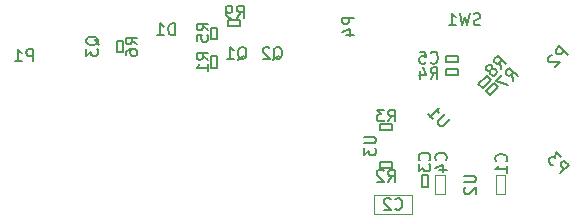
<source format=gbr>
G04 #@! TF.FileFunction,Other,Fab,Bot*
%FSLAX46Y46*%
G04 Gerber Fmt 4.6, Leading zero omitted, Abs format (unit mm)*
G04 Created by KiCad (PCBNEW 4.0.7-e2-6376~58~ubuntu14.04.1) date Mon Aug  6 17:59:04 2018*
%MOMM*%
%LPD*%
G01*
G04 APERTURE LIST*
%ADD10C,0.100000*%
%ADD11C,0.150000*%
G04 APERTURE END LIST*
D10*
X196150000Y-75500000D02*
X195350000Y-75500000D01*
X196150000Y-77100000D02*
X196150000Y-75500000D01*
X195350000Y-77100000D02*
X196150000Y-77100000D01*
X195350000Y-75500000D02*
X195350000Y-77100000D01*
X188250000Y-78800000D02*
X188250000Y-77200000D01*
X185050000Y-78800000D02*
X188250000Y-78800000D01*
X185050000Y-77200000D02*
X185050000Y-78800000D01*
X188250000Y-77200000D02*
X185050000Y-77200000D01*
D11*
X171250000Y-66400000D02*
X171750000Y-66400000D01*
X171250000Y-65400000D02*
X171250000Y-66400000D01*
X171750000Y-65400000D02*
X171250000Y-65400000D01*
X171750000Y-66400000D02*
X171750000Y-65400000D01*
X171750000Y-63000000D02*
X171250000Y-63000000D01*
X171750000Y-64000000D02*
X171750000Y-63000000D01*
X171250000Y-64000000D02*
X171750000Y-64000000D01*
X171250000Y-63000000D02*
X171250000Y-64000000D01*
X163750000Y-64100000D02*
X163250000Y-64100000D01*
X163750000Y-65100000D02*
X163750000Y-64100000D01*
X163250000Y-65100000D02*
X163750000Y-65100000D01*
X163250000Y-64100000D02*
X163250000Y-65100000D01*
X172700000Y-62350000D02*
X172700000Y-62850000D01*
X173700000Y-62350000D02*
X172700000Y-62350000D01*
X173700000Y-62850000D02*
X173700000Y-62350000D01*
X172700000Y-62850000D02*
X173700000Y-62850000D01*
X194930330Y-67423223D02*
X194576777Y-67069670D01*
X194223223Y-68130330D02*
X194930330Y-67423223D01*
X193869670Y-67776777D02*
X194223223Y-68130330D01*
X194576777Y-67069670D02*
X193869670Y-67776777D01*
X195530330Y-68023223D02*
X195176777Y-67669670D01*
X194823223Y-68730330D02*
X195530330Y-68023223D01*
X194469670Y-68376777D02*
X194823223Y-68730330D01*
X195176777Y-67669670D02*
X194469670Y-68376777D01*
X192100000Y-67050000D02*
X192100000Y-66550000D01*
X191100000Y-67050000D02*
X192100000Y-67050000D01*
X191100000Y-66550000D02*
X191100000Y-67050000D01*
X192100000Y-66550000D02*
X191100000Y-66550000D01*
X185550000Y-71150000D02*
X185550000Y-71650000D01*
X186550000Y-71150000D02*
X185550000Y-71150000D01*
X186550000Y-71650000D02*
X186550000Y-71150000D01*
X185550000Y-71650000D02*
X186550000Y-71650000D01*
X185550000Y-74350000D02*
X185550000Y-74850000D01*
X186550000Y-74350000D02*
X185550000Y-74350000D01*
X186550000Y-74850000D02*
X186550000Y-74350000D01*
X185550000Y-74850000D02*
X186550000Y-74850000D01*
X189100000Y-76500000D02*
X189600000Y-76500000D01*
X189100000Y-75500000D02*
X189100000Y-76500000D01*
X189600000Y-75500000D02*
X189100000Y-75500000D01*
X189600000Y-76500000D02*
X189600000Y-75500000D01*
D10*
X191000000Y-75500000D02*
X190200000Y-75500000D01*
X191000000Y-77100000D02*
X191000000Y-75500000D01*
X190200000Y-77100000D02*
X191000000Y-77100000D01*
X190200000Y-75500000D02*
X190200000Y-77100000D01*
D11*
X192100000Y-65950000D02*
X192100000Y-65450000D01*
X191100000Y-65950000D02*
X192100000Y-65950000D01*
X191100000Y-65450000D02*
X191100000Y-65950000D01*
X192100000Y-65450000D02*
X191100000Y-65450000D01*
X196207143Y-74333334D02*
X196254762Y-74285715D01*
X196302381Y-74142858D01*
X196302381Y-74047620D01*
X196254762Y-73904762D01*
X196159524Y-73809524D01*
X196064286Y-73761905D01*
X195873810Y-73714286D01*
X195730952Y-73714286D01*
X195540476Y-73761905D01*
X195445238Y-73809524D01*
X195350000Y-73904762D01*
X195302381Y-74047620D01*
X195302381Y-74142858D01*
X195350000Y-74285715D01*
X195397619Y-74333334D01*
X196302381Y-75285715D02*
X196302381Y-74714286D01*
X196302381Y-75000000D02*
X195302381Y-75000000D01*
X195445238Y-74904762D01*
X195540476Y-74809524D01*
X195588095Y-74714286D01*
X191425973Y-70751523D02*
X190853553Y-71323943D01*
X190752538Y-71357615D01*
X190685195Y-71357615D01*
X190584180Y-71323943D01*
X190449492Y-71189255D01*
X190415820Y-71088240D01*
X190415820Y-71020897D01*
X190449492Y-70919882D01*
X191021912Y-70347462D01*
X189607698Y-70347462D02*
X190011760Y-70751523D01*
X189809729Y-70549493D02*
X190516836Y-69842386D01*
X190483164Y-70010745D01*
X190483164Y-70145431D01*
X190516836Y-70246447D01*
X183352381Y-62161905D02*
X182352381Y-62161905D01*
X182352381Y-62542858D01*
X182400000Y-62638096D01*
X182447619Y-62685715D01*
X182542857Y-62733334D01*
X182685714Y-62733334D01*
X182780952Y-62685715D01*
X182828571Y-62638096D01*
X182876190Y-62542858D01*
X182876190Y-62161905D01*
X182685714Y-63590477D02*
X183352381Y-63590477D01*
X182304762Y-63352381D02*
X183019048Y-63114286D01*
X183019048Y-63733334D01*
X168188095Y-63652381D02*
X168188095Y-62652381D01*
X167950000Y-62652381D01*
X167807142Y-62700000D01*
X167711904Y-62795238D01*
X167664285Y-62890476D01*
X167616666Y-63080952D01*
X167616666Y-63223810D01*
X167664285Y-63414286D01*
X167711904Y-63509524D01*
X167807142Y-63604762D01*
X167950000Y-63652381D01*
X168188095Y-63652381D01*
X166664285Y-63652381D02*
X167235714Y-63652381D01*
X166950000Y-63652381D02*
X166950000Y-62652381D01*
X167045238Y-62795238D01*
X167140476Y-62890476D01*
X167235714Y-62938095D01*
X156138095Y-65852381D02*
X156138095Y-64852381D01*
X155757142Y-64852381D01*
X155661904Y-64900000D01*
X155614285Y-64947619D01*
X155566666Y-65042857D01*
X155566666Y-65185714D01*
X155614285Y-65280952D01*
X155661904Y-65328571D01*
X155757142Y-65376190D01*
X156138095Y-65376190D01*
X154614285Y-65852381D02*
X155185714Y-65852381D01*
X154900000Y-65852381D02*
X154900000Y-64852381D01*
X154995238Y-64995238D01*
X155090476Y-65090476D01*
X155185714Y-65138095D01*
X201436769Y-65302995D02*
X200729662Y-64595888D01*
X200460287Y-64865262D01*
X200426616Y-64966278D01*
X200426616Y-65033621D01*
X200460287Y-65134636D01*
X200561303Y-65235651D01*
X200662318Y-65269323D01*
X200729661Y-65269323D01*
X200830676Y-65235651D01*
X201100051Y-64966277D01*
X200123570Y-65336666D02*
X200056227Y-65336666D01*
X199955212Y-65370338D01*
X199786852Y-65538697D01*
X199753181Y-65639713D01*
X199753181Y-65707056D01*
X199786852Y-65808071D01*
X199854196Y-65875415D01*
X199988883Y-65942758D01*
X200797005Y-65942758D01*
X200359272Y-66380491D01*
X200797005Y-75336769D02*
X201504112Y-74629662D01*
X201234738Y-74360287D01*
X201133722Y-74326616D01*
X201066379Y-74326616D01*
X200965364Y-74360287D01*
X200864349Y-74461303D01*
X200830677Y-74562318D01*
X200830677Y-74629661D01*
X200864349Y-74730676D01*
X201133723Y-75000051D01*
X200864349Y-73989899D02*
X200426616Y-73552165D01*
X200392945Y-74057242D01*
X200291929Y-73956226D01*
X200190914Y-73922554D01*
X200123570Y-73922554D01*
X200022554Y-73956227D01*
X199854196Y-74124585D01*
X199820524Y-74225601D01*
X199820524Y-74292944D01*
X199854196Y-74393959D01*
X200056227Y-74595990D01*
X200157242Y-74629662D01*
X200224585Y-74629662D01*
X186816666Y-78357143D02*
X186864285Y-78404762D01*
X187007142Y-78452381D01*
X187102380Y-78452381D01*
X187245238Y-78404762D01*
X187340476Y-78309524D01*
X187388095Y-78214286D01*
X187435714Y-78023810D01*
X187435714Y-77880952D01*
X187388095Y-77690476D01*
X187340476Y-77595238D01*
X187245238Y-77500000D01*
X187102380Y-77452381D01*
X187007142Y-77452381D01*
X186864285Y-77500000D01*
X186816666Y-77547619D01*
X186435714Y-77547619D02*
X186388095Y-77500000D01*
X186292857Y-77452381D01*
X186054761Y-77452381D01*
X185959523Y-77500000D01*
X185911904Y-77547619D01*
X185864285Y-77642857D01*
X185864285Y-77738095D01*
X185911904Y-77880952D01*
X186483333Y-78452381D01*
X185864285Y-78452381D01*
X161747619Y-64504762D02*
X161700000Y-64409524D01*
X161604762Y-64314286D01*
X161461905Y-64171429D01*
X161414286Y-64076190D01*
X161414286Y-63980952D01*
X161652381Y-64028571D02*
X161604762Y-63933333D01*
X161509524Y-63838095D01*
X161319048Y-63790476D01*
X160985714Y-63790476D01*
X160795238Y-63838095D01*
X160700000Y-63933333D01*
X160652381Y-64028571D01*
X160652381Y-64219048D01*
X160700000Y-64314286D01*
X160795238Y-64409524D01*
X160985714Y-64457143D01*
X161319048Y-64457143D01*
X161509524Y-64409524D01*
X161604762Y-64314286D01*
X161652381Y-64219048D01*
X161652381Y-64028571D01*
X160652381Y-64790476D02*
X160652381Y-65409524D01*
X161033333Y-65076190D01*
X161033333Y-65219048D01*
X161080952Y-65314286D01*
X161128571Y-65361905D01*
X161223810Y-65409524D01*
X161461905Y-65409524D01*
X161557143Y-65361905D01*
X161604762Y-65314286D01*
X161652381Y-65219048D01*
X161652381Y-64933333D01*
X161604762Y-64838095D01*
X161557143Y-64790476D01*
X173495238Y-65747619D02*
X173590476Y-65700000D01*
X173685714Y-65604762D01*
X173828571Y-65461905D01*
X173923810Y-65414286D01*
X174019048Y-65414286D01*
X173971429Y-65652381D02*
X174066667Y-65604762D01*
X174161905Y-65509524D01*
X174209524Y-65319048D01*
X174209524Y-64985714D01*
X174161905Y-64795238D01*
X174066667Y-64700000D01*
X173971429Y-64652381D01*
X173780952Y-64652381D01*
X173685714Y-64700000D01*
X173590476Y-64795238D01*
X173542857Y-64985714D01*
X173542857Y-65319048D01*
X173590476Y-65509524D01*
X173685714Y-65604762D01*
X173780952Y-65652381D01*
X173971429Y-65652381D01*
X172590476Y-65652381D02*
X173161905Y-65652381D01*
X172876191Y-65652381D02*
X172876191Y-64652381D01*
X172971429Y-64795238D01*
X173066667Y-64890476D01*
X173161905Y-64938095D01*
X176495238Y-65747619D02*
X176590476Y-65700000D01*
X176685714Y-65604762D01*
X176828571Y-65461905D01*
X176923810Y-65414286D01*
X177019048Y-65414286D01*
X176971429Y-65652381D02*
X177066667Y-65604762D01*
X177161905Y-65509524D01*
X177209524Y-65319048D01*
X177209524Y-64985714D01*
X177161905Y-64795238D01*
X177066667Y-64700000D01*
X176971429Y-64652381D01*
X176780952Y-64652381D01*
X176685714Y-64700000D01*
X176590476Y-64795238D01*
X176542857Y-64985714D01*
X176542857Y-65319048D01*
X176590476Y-65509524D01*
X176685714Y-65604762D01*
X176780952Y-65652381D01*
X176971429Y-65652381D01*
X176161905Y-64747619D02*
X176114286Y-64700000D01*
X176019048Y-64652381D01*
X175780952Y-64652381D01*
X175685714Y-64700000D01*
X175638095Y-64747619D01*
X175590476Y-64842857D01*
X175590476Y-64938095D01*
X175638095Y-65080952D01*
X176209524Y-65652381D01*
X175590476Y-65652381D01*
X171002381Y-65733334D02*
X170526190Y-65400000D01*
X171002381Y-65161905D02*
X170002381Y-65161905D01*
X170002381Y-65542858D01*
X170050000Y-65638096D01*
X170097619Y-65685715D01*
X170192857Y-65733334D01*
X170335714Y-65733334D01*
X170430952Y-65685715D01*
X170478571Y-65638096D01*
X170526190Y-65542858D01*
X170526190Y-65161905D01*
X171002381Y-66685715D02*
X171002381Y-66114286D01*
X171002381Y-66400000D02*
X170002381Y-66400000D01*
X170145238Y-66304762D01*
X170240476Y-66209524D01*
X170288095Y-66114286D01*
X171002381Y-63233334D02*
X170526190Y-62900000D01*
X171002381Y-62661905D02*
X170002381Y-62661905D01*
X170002381Y-63042858D01*
X170050000Y-63138096D01*
X170097619Y-63185715D01*
X170192857Y-63233334D01*
X170335714Y-63233334D01*
X170430952Y-63185715D01*
X170478571Y-63138096D01*
X170526190Y-63042858D01*
X170526190Y-62661905D01*
X170002381Y-64138096D02*
X170002381Y-63661905D01*
X170478571Y-63614286D01*
X170430952Y-63661905D01*
X170383333Y-63757143D01*
X170383333Y-63995239D01*
X170430952Y-64090477D01*
X170478571Y-64138096D01*
X170573810Y-64185715D01*
X170811905Y-64185715D01*
X170907143Y-64138096D01*
X170954762Y-64090477D01*
X171002381Y-63995239D01*
X171002381Y-63757143D01*
X170954762Y-63661905D01*
X170907143Y-63614286D01*
X165002381Y-64433334D02*
X164526190Y-64100000D01*
X165002381Y-63861905D02*
X164002381Y-63861905D01*
X164002381Y-64242858D01*
X164050000Y-64338096D01*
X164097619Y-64385715D01*
X164192857Y-64433334D01*
X164335714Y-64433334D01*
X164430952Y-64385715D01*
X164478571Y-64338096D01*
X164526190Y-64242858D01*
X164526190Y-63861905D01*
X164002381Y-65290477D02*
X164002381Y-65100000D01*
X164050000Y-65004762D01*
X164097619Y-64957143D01*
X164240476Y-64861905D01*
X164430952Y-64814286D01*
X164811905Y-64814286D01*
X164907143Y-64861905D01*
X164954762Y-64909524D01*
X165002381Y-65004762D01*
X165002381Y-65195239D01*
X164954762Y-65290477D01*
X164907143Y-65338096D01*
X164811905Y-65385715D01*
X164573810Y-65385715D01*
X164478571Y-65338096D01*
X164430952Y-65290477D01*
X164383333Y-65195239D01*
X164383333Y-65004762D01*
X164430952Y-64909524D01*
X164478571Y-64861905D01*
X164573810Y-64814286D01*
X173416666Y-62152381D02*
X173750000Y-61676190D01*
X173988095Y-62152381D02*
X173988095Y-61152381D01*
X173607142Y-61152381D01*
X173511904Y-61200000D01*
X173464285Y-61247619D01*
X173416666Y-61342857D01*
X173416666Y-61485714D01*
X173464285Y-61580952D01*
X173511904Y-61628571D01*
X173607142Y-61676190D01*
X173988095Y-61676190D01*
X172940476Y-62152381D02*
X172750000Y-62152381D01*
X172654761Y-62104762D01*
X172607142Y-62057143D01*
X172511904Y-61914286D01*
X172464285Y-61723810D01*
X172464285Y-61342857D01*
X172511904Y-61247619D01*
X172559523Y-61200000D01*
X172654761Y-61152381D01*
X172845238Y-61152381D01*
X172940476Y-61200000D01*
X172988095Y-61247619D01*
X173035714Y-61342857D01*
X173035714Y-61580952D01*
X172988095Y-61676190D01*
X172940476Y-61723810D01*
X172845238Y-61771429D01*
X172654761Y-61771429D01*
X172559523Y-61723810D01*
X172511904Y-61676190D01*
X172464285Y-61580952D01*
X195787732Y-66502031D02*
X195686717Y-65929610D01*
X196191794Y-66097970D02*
X195484687Y-65390863D01*
X195215312Y-65660237D01*
X195181641Y-65761253D01*
X195181641Y-65828596D01*
X195215312Y-65929611D01*
X195316328Y-66030626D01*
X195417343Y-66064298D01*
X195484686Y-66064298D01*
X195585701Y-66030626D01*
X195855076Y-65761252D01*
X194979610Y-66502030D02*
X195013282Y-66401015D01*
X195013282Y-66333672D01*
X194979610Y-66232657D01*
X194945939Y-66198985D01*
X194844924Y-66165313D01*
X194777580Y-66165313D01*
X194676565Y-66198985D01*
X194541877Y-66333672D01*
X194508206Y-66434688D01*
X194508206Y-66502031D01*
X194541877Y-66603046D01*
X194575549Y-66636718D01*
X194676564Y-66670390D01*
X194743908Y-66670390D01*
X194844923Y-66636718D01*
X194979610Y-66502030D01*
X195080626Y-66468359D01*
X195147969Y-66468359D01*
X195248985Y-66502031D01*
X195383672Y-66636718D01*
X195417343Y-66737733D01*
X195417343Y-66805076D01*
X195383672Y-66906092D01*
X195248984Y-67040779D01*
X195147969Y-67074451D01*
X195080626Y-67074451D01*
X194979610Y-67040779D01*
X194844924Y-66906092D01*
X194811251Y-66805076D01*
X194811251Y-66737733D01*
X194844923Y-66636718D01*
X196787732Y-67502031D02*
X196686717Y-66929610D01*
X197191794Y-67097970D02*
X196484687Y-66390863D01*
X196215312Y-66660237D01*
X196181641Y-66761253D01*
X196181641Y-66828596D01*
X196215312Y-66929611D01*
X196316328Y-67030626D01*
X196417343Y-67064298D01*
X196484686Y-67064298D01*
X196585701Y-67030626D01*
X196855076Y-66761252D01*
X195844924Y-67030626D02*
X195373519Y-67502031D01*
X196383672Y-67906092D01*
X189816666Y-67352381D02*
X190150000Y-66876190D01*
X190388095Y-67352381D02*
X190388095Y-66352381D01*
X190007142Y-66352381D01*
X189911904Y-66400000D01*
X189864285Y-66447619D01*
X189816666Y-66542857D01*
X189816666Y-66685714D01*
X189864285Y-66780952D01*
X189911904Y-66828571D01*
X190007142Y-66876190D01*
X190388095Y-66876190D01*
X188959523Y-66685714D02*
X188959523Y-67352381D01*
X189197619Y-66304762D02*
X189435714Y-67019048D01*
X188816666Y-67019048D01*
X186216666Y-70952381D02*
X186550000Y-70476190D01*
X186788095Y-70952381D02*
X186788095Y-69952381D01*
X186407142Y-69952381D01*
X186311904Y-70000000D01*
X186264285Y-70047619D01*
X186216666Y-70142857D01*
X186216666Y-70285714D01*
X186264285Y-70380952D01*
X186311904Y-70428571D01*
X186407142Y-70476190D01*
X186788095Y-70476190D01*
X185883333Y-69952381D02*
X185264285Y-69952381D01*
X185597619Y-70333333D01*
X185454761Y-70333333D01*
X185359523Y-70380952D01*
X185311904Y-70428571D01*
X185264285Y-70523810D01*
X185264285Y-70761905D01*
X185311904Y-70857143D01*
X185359523Y-70904762D01*
X185454761Y-70952381D01*
X185740476Y-70952381D01*
X185835714Y-70904762D01*
X185883333Y-70857143D01*
X186216666Y-76052381D02*
X186550000Y-75576190D01*
X186788095Y-76052381D02*
X186788095Y-75052381D01*
X186407142Y-75052381D01*
X186311904Y-75100000D01*
X186264285Y-75147619D01*
X186216666Y-75242857D01*
X186216666Y-75385714D01*
X186264285Y-75480952D01*
X186311904Y-75528571D01*
X186407142Y-75576190D01*
X186788095Y-75576190D01*
X185835714Y-75147619D02*
X185788095Y-75100000D01*
X185692857Y-75052381D01*
X185454761Y-75052381D01*
X185359523Y-75100000D01*
X185311904Y-75147619D01*
X185264285Y-75242857D01*
X185264285Y-75338095D01*
X185311904Y-75480952D01*
X185883333Y-76052381D01*
X185264285Y-76052381D01*
X184202381Y-72238095D02*
X185011905Y-72238095D01*
X185107143Y-72285714D01*
X185154762Y-72333333D01*
X185202381Y-72428571D01*
X185202381Y-72619048D01*
X185154762Y-72714286D01*
X185107143Y-72761905D01*
X185011905Y-72809524D01*
X184202381Y-72809524D01*
X184202381Y-73190476D02*
X184202381Y-73809524D01*
X184583333Y-73476190D01*
X184583333Y-73619048D01*
X184630952Y-73714286D01*
X184678571Y-73761905D01*
X184773810Y-73809524D01*
X185011905Y-73809524D01*
X185107143Y-73761905D01*
X185154762Y-73714286D01*
X185202381Y-73619048D01*
X185202381Y-73333333D01*
X185154762Y-73238095D01*
X185107143Y-73190476D01*
X192652381Y-75538095D02*
X193461905Y-75538095D01*
X193557143Y-75585714D01*
X193604762Y-75633333D01*
X193652381Y-75728571D01*
X193652381Y-75919048D01*
X193604762Y-76014286D01*
X193557143Y-76061905D01*
X193461905Y-76109524D01*
X192652381Y-76109524D01*
X192747619Y-76538095D02*
X192700000Y-76585714D01*
X192652381Y-76680952D01*
X192652381Y-76919048D01*
X192700000Y-77014286D01*
X192747619Y-77061905D01*
X192842857Y-77109524D01*
X192938095Y-77109524D01*
X193080952Y-77061905D01*
X193652381Y-76490476D01*
X193652381Y-77109524D01*
X189707143Y-74233334D02*
X189754762Y-74185715D01*
X189802381Y-74042858D01*
X189802381Y-73947620D01*
X189754762Y-73804762D01*
X189659524Y-73709524D01*
X189564286Y-73661905D01*
X189373810Y-73614286D01*
X189230952Y-73614286D01*
X189040476Y-73661905D01*
X188945238Y-73709524D01*
X188850000Y-73804762D01*
X188802381Y-73947620D01*
X188802381Y-74042858D01*
X188850000Y-74185715D01*
X188897619Y-74233334D01*
X188802381Y-74566667D02*
X188802381Y-75185715D01*
X189183333Y-74852381D01*
X189183333Y-74995239D01*
X189230952Y-75090477D01*
X189278571Y-75138096D01*
X189373810Y-75185715D01*
X189611905Y-75185715D01*
X189707143Y-75138096D01*
X189754762Y-75090477D01*
X189802381Y-74995239D01*
X189802381Y-74709524D01*
X189754762Y-74614286D01*
X189707143Y-74566667D01*
X191107143Y-74233334D02*
X191154762Y-74185715D01*
X191202381Y-74042858D01*
X191202381Y-73947620D01*
X191154762Y-73804762D01*
X191059524Y-73709524D01*
X190964286Y-73661905D01*
X190773810Y-73614286D01*
X190630952Y-73614286D01*
X190440476Y-73661905D01*
X190345238Y-73709524D01*
X190250000Y-73804762D01*
X190202381Y-73947620D01*
X190202381Y-74042858D01*
X190250000Y-74185715D01*
X190297619Y-74233334D01*
X190535714Y-75090477D02*
X191202381Y-75090477D01*
X190154762Y-74852381D02*
X190869048Y-74614286D01*
X190869048Y-75233334D01*
X189816666Y-65957143D02*
X189864285Y-66004762D01*
X190007142Y-66052381D01*
X190102380Y-66052381D01*
X190245238Y-66004762D01*
X190340476Y-65909524D01*
X190388095Y-65814286D01*
X190435714Y-65623810D01*
X190435714Y-65480952D01*
X190388095Y-65290476D01*
X190340476Y-65195238D01*
X190245238Y-65100000D01*
X190102380Y-65052381D01*
X190007142Y-65052381D01*
X189864285Y-65100000D01*
X189816666Y-65147619D01*
X188911904Y-65052381D02*
X189388095Y-65052381D01*
X189435714Y-65528571D01*
X189388095Y-65480952D01*
X189292857Y-65433333D01*
X189054761Y-65433333D01*
X188959523Y-65480952D01*
X188911904Y-65528571D01*
X188864285Y-65623810D01*
X188864285Y-65861905D01*
X188911904Y-65957143D01*
X188959523Y-66004762D01*
X189054761Y-66052381D01*
X189292857Y-66052381D01*
X189388095Y-66004762D01*
X189435714Y-65957143D01*
X194033333Y-62754762D02*
X193890476Y-62802381D01*
X193652380Y-62802381D01*
X193557142Y-62754762D01*
X193509523Y-62707143D01*
X193461904Y-62611905D01*
X193461904Y-62516667D01*
X193509523Y-62421429D01*
X193557142Y-62373810D01*
X193652380Y-62326190D01*
X193842857Y-62278571D01*
X193938095Y-62230952D01*
X193985714Y-62183333D01*
X194033333Y-62088095D01*
X194033333Y-61992857D01*
X193985714Y-61897619D01*
X193938095Y-61850000D01*
X193842857Y-61802381D01*
X193604761Y-61802381D01*
X193461904Y-61850000D01*
X193128571Y-61802381D02*
X192890476Y-62802381D01*
X192699999Y-62088095D01*
X192509523Y-62802381D01*
X192271428Y-61802381D01*
X191366666Y-62802381D02*
X191938095Y-62802381D01*
X191652381Y-62802381D02*
X191652381Y-61802381D01*
X191747619Y-61945238D01*
X191842857Y-62040476D01*
X191938095Y-62088095D01*
M02*

</source>
